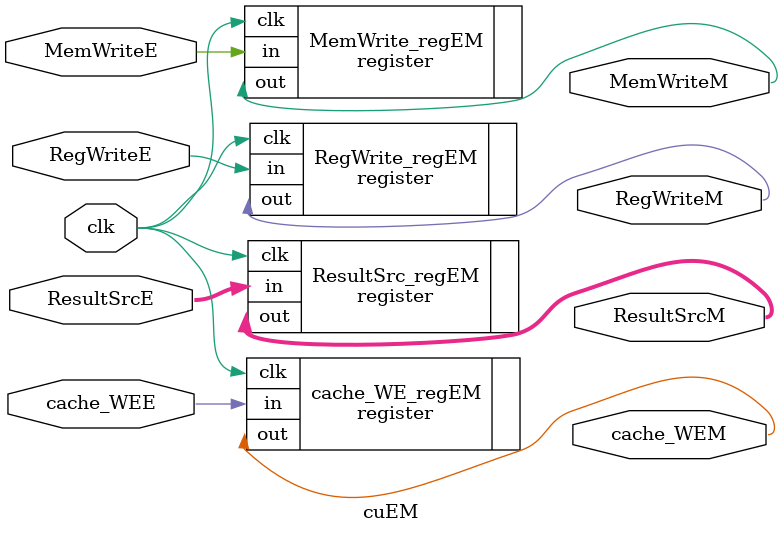
<source format=sv>
module cuEM(
    input logic                 clk,
    input logic                 RegWriteE,
    input logic     [1:0]       ResultSrcE,
    input logic                 MemWriteE,
    input logic                 cache_WEE,
    output logic                RegWriteM,
    output logic    [1:0]       ResultSrcM,
    output logic                MemWriteM,
    output logic                cache_WEM
);

register #(1) RegWrite_regEM(
    .clk(clk),
    .in(RegWriteE),
    .out(RegWriteM)
);

register #(2) ResultSrc_regEM(
    .clk(clk),
    .in(ResultSrcE),
    .out(ResultSrcM)
);

register #(1) MemWrite_regEM(
    .clk(clk),
    .in(MemWriteE),
    .out(MemWriteM)
);

register #(1) cache_WE_regEM(
    .clk(clk),
    .in(cache_WEE),
    .out(cache_WEM)
);

endmodule

</source>
